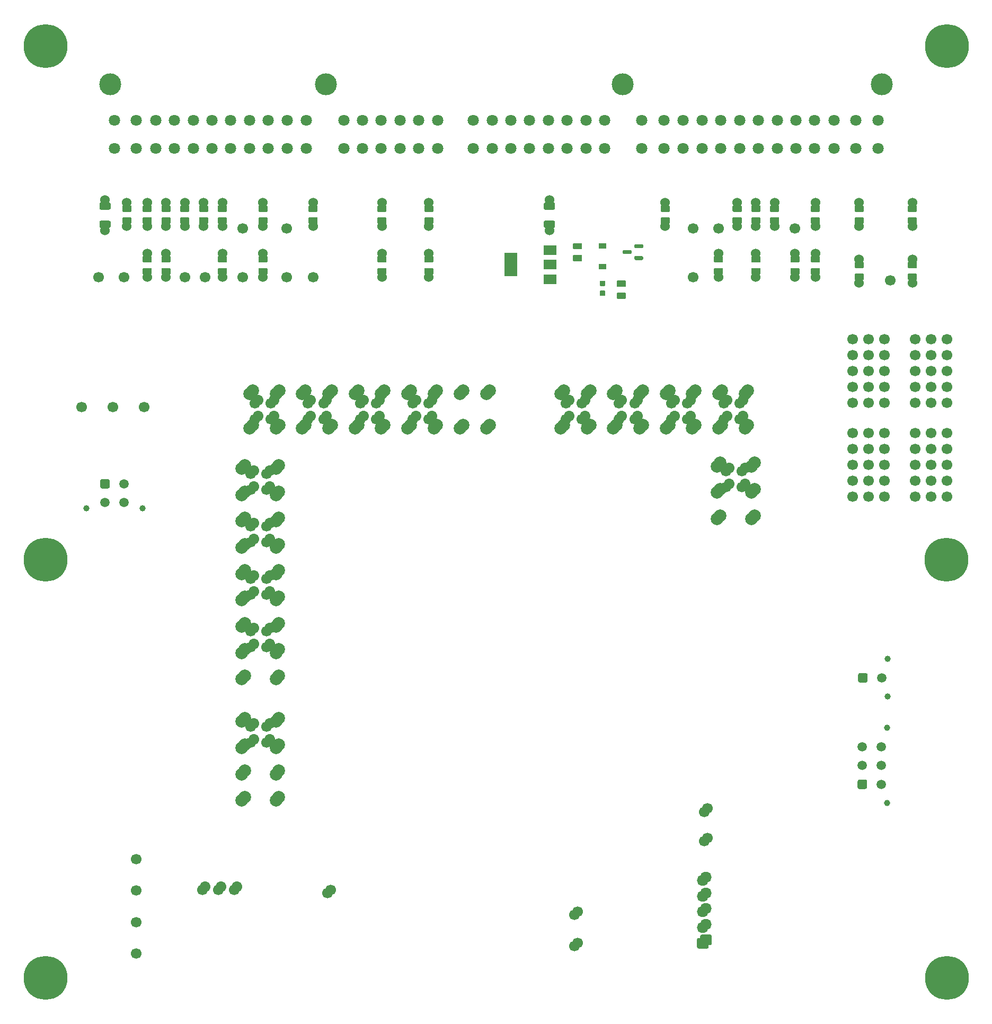
<source format=gts>
G75*
G70*
%OFA0B0*%
%FSLAX25Y25*%
%IPPOS*%
%LPD*%
%AMOC8*
5,1,8,0,0,1.08239X$1,22.5*
%
%ADD10C,0.06000*%
%ADD11C,0.06693*%
%ADD12C,0.05906*%
%ADD13C,0.27559*%
%ADD14C,0.13780*%
%ADD15C,0.07087*%
%ADD16C,0.07874*%
%ADD17O,0.07283X0.06693*%
%ADD18R,0.07874X0.05906*%
%ADD19R,0.07874X0.14961*%
%ADD24C,0.03937*%
%ADD38O,0.06693X0.06693*%
X0000000Y0000000D02*
%LPD*%
G01*
D10*
X0119094Y0492501D03*
G36*
G01*
X0121555Y0494292D02*
X0116633Y0494292D01*
G75*
G02*
X0116240Y0494686I0000000J0000394D01*
G01*
X0116240Y0497835D01*
G75*
G02*
X0116633Y0498229I0000394J0000000D01*
G01*
X0121555Y0498229D01*
G75*
G02*
X0121948Y0497835I0000000J-000394D01*
G01*
X0121948Y0494686D01*
G75*
G02*
X0121555Y0494292I-000394J0000000D01*
G01*
G37*
G36*
G01*
X0121555Y0501772D02*
X0116633Y0501772D01*
G75*
G02*
X0116240Y0502166I0000000J0000394D01*
G01*
X0116240Y0505316D01*
G75*
G02*
X0116633Y0505709I0000394J0000000D01*
G01*
X0121555Y0505709D01*
G75*
G02*
X0121948Y0505316I0000000J-000394D01*
G01*
X0121948Y0502166D01*
G75*
G02*
X0121555Y0501772I-000394J0000000D01*
G01*
G37*
X0119094Y0507501D03*
X0095472Y0492501D03*
G36*
G01*
X0097933Y0494292D02*
X0093011Y0494292D01*
G75*
G02*
X0092618Y0494686I0000000J0000394D01*
G01*
X0092618Y0497835D01*
G75*
G02*
X0093011Y0498229I0000394J0000000D01*
G01*
X0097933Y0498229D01*
G75*
G02*
X0098326Y0497835I0000000J-000394D01*
G01*
X0098326Y0494686D01*
G75*
G02*
X0097933Y0494292I-000394J0000000D01*
G01*
G37*
G36*
G01*
X0097933Y0501772D02*
X0093011Y0501772D01*
G75*
G02*
X0092618Y0502166I0000000J0000394D01*
G01*
X0092618Y0505316D01*
G75*
G02*
X0093011Y0505709I0000394J0000000D01*
G01*
X0097933Y0505709D01*
G75*
G02*
X0098326Y0505316I0000000J-000394D01*
G01*
X0098326Y0502166D01*
G75*
G02*
X0097933Y0501772I-000394J0000000D01*
G01*
G37*
X0095472Y0507501D03*
D11*
X0187992Y0460630D03*
D10*
X0466535Y0492501D03*
G36*
G01*
X0468996Y0494292D02*
X0464074Y0494292D01*
G75*
G02*
X0463681Y0494686I0000000J0000394D01*
G01*
X0463681Y0497835D01*
G75*
G02*
X0464074Y0498229I0000394J0000000D01*
G01*
X0468996Y0498229D01*
G75*
G02*
X0469389Y0497835I0000000J-000394D01*
G01*
X0469389Y0494686D01*
G75*
G02*
X0468996Y0494292I-000394J0000000D01*
G01*
G37*
G36*
G01*
X0468996Y0501772D02*
X0464074Y0501772D01*
G75*
G02*
X0463681Y0502166I0000000J0000394D01*
G01*
X0463681Y0505316D01*
G75*
G02*
X0464074Y0505709I0000394J0000000D01*
G01*
X0468996Y0505709D01*
G75*
G02*
X0469389Y0505316I0000000J-000394D01*
G01*
X0469389Y0502166D01*
G75*
G02*
X0468996Y0501772I-000394J0000000D01*
G01*
G37*
X0466535Y0507501D03*
D11*
X0076771Y0074804D03*
X0427165Y0460630D03*
D10*
X0454724Y0492501D03*
G36*
G01*
X0457185Y0494292D02*
X0452263Y0494292D01*
G75*
G02*
X0451870Y0494686I0000000J0000394D01*
G01*
X0451870Y0497835D01*
G75*
G02*
X0452263Y0498229I0000394J0000000D01*
G01*
X0457185Y0498229D01*
G75*
G02*
X0457578Y0497835I0000000J-000394D01*
G01*
X0457578Y0494686D01*
G75*
G02*
X0457185Y0494292I-000394J0000000D01*
G01*
G37*
G36*
G01*
X0457185Y0501772D02*
X0452263Y0501772D01*
G75*
G02*
X0451870Y0502166I0000000J0000394D01*
G01*
X0451870Y0505316D01*
G75*
G02*
X0452263Y0505709I0000394J0000000D01*
G01*
X0457185Y0505709D01*
G75*
G02*
X0457578Y0505316I0000000J-000394D01*
G01*
X0457578Y0502166D01*
G75*
G02*
X0457185Y0501772I-000394J0000000D01*
G01*
G37*
X0454724Y0507501D03*
X0187992Y0492501D03*
G36*
G01*
X0190452Y0494292D02*
X0185531Y0494292D01*
G75*
G02*
X0185137Y0494686I0000000J0000394D01*
G01*
X0185137Y0497835D01*
G75*
G02*
X0185531Y0498229I0000394J0000000D01*
G01*
X0190452Y0498229D01*
G75*
G02*
X0190846Y0497835I0000000J-000394D01*
G01*
X0190846Y0494686D01*
G75*
G02*
X0190452Y0494292I-000394J0000000D01*
G01*
G37*
G36*
G01*
X0190452Y0501772D02*
X0185531Y0501772D01*
G75*
G02*
X0185137Y0502166I0000000J0000394D01*
G01*
X0185137Y0505316D01*
G75*
G02*
X0185531Y0505709I0000394J0000000D01*
G01*
X0190452Y0505709D01*
G75*
G02*
X0190846Y0505316I0000000J-000394D01*
G01*
X0190846Y0502166D01*
G75*
G02*
X0190452Y0501772I-000394J0000000D01*
G01*
G37*
X0187992Y0507501D03*
X0491141Y0460630D03*
G36*
G01*
X0493602Y0462422D02*
X0488681Y0462422D01*
G75*
G02*
X0488287Y0462815I0000000J0000394D01*
G01*
X0488287Y0465965D01*
G75*
G02*
X0488681Y0466359I0000394J0000000D01*
G01*
X0493602Y0466359D01*
G75*
G02*
X0493996Y0465965I0000000J-000394D01*
G01*
X0493996Y0462815D01*
G75*
G02*
X0493602Y0462422I-000394J0000000D01*
G01*
G37*
G36*
G01*
X0493602Y0469902D02*
X0488681Y0469902D01*
G75*
G02*
X0488287Y0470296I0000000J0000394D01*
G01*
X0488287Y0473445D01*
G75*
G02*
X0488681Y0473839I0000394J0000000D01*
G01*
X0493602Y0473839D01*
G75*
G02*
X0493996Y0473445I0000000J-000394D01*
G01*
X0493996Y0470296D01*
G75*
G02*
X0493602Y0469902I-000394J0000000D01*
G01*
G37*
X0491141Y0475630D03*
X0156496Y0460630D03*
G36*
G01*
X0158956Y0462422D02*
X0154035Y0462422D01*
G75*
G02*
X0153641Y0462815I0000000J0000394D01*
G01*
X0153641Y0465965D01*
G75*
G02*
X0154035Y0466359I0000394J0000000D01*
G01*
X0158956Y0466359D01*
G75*
G02*
X0159350Y0465965I0000000J-000394D01*
G01*
X0159350Y0462815D01*
G75*
G02*
X0158956Y0462422I-000394J0000000D01*
G01*
G37*
G36*
G01*
X0158956Y0469902D02*
X0154035Y0469902D01*
G75*
G02*
X0153641Y0470296I0000000J0000394D01*
G01*
X0153641Y0473445D01*
G75*
G02*
X0154035Y0473839I0000394J0000000D01*
G01*
X0158956Y0473839D01*
G75*
G02*
X0159350Y0473445I0000000J-000394D01*
G01*
X0159350Y0470296D01*
G75*
G02*
X0158956Y0469902I-000394J0000000D01*
G01*
G37*
X0156496Y0475630D03*
D11*
X0053149Y0460630D03*
D10*
X0531496Y0457067D03*
G36*
G01*
X0533956Y0458859D02*
X0529035Y0458859D01*
G75*
G02*
X0528641Y0459252I0000000J0000394D01*
G01*
X0528641Y0462402D01*
G75*
G02*
X0529035Y0462796I0000394J0000000D01*
G01*
X0533956Y0462796D01*
G75*
G02*
X0534350Y0462402I0000000J-000394D01*
G01*
X0534350Y0459252D01*
G75*
G02*
X0533956Y0458859I-000394J0000000D01*
G01*
G37*
G36*
G01*
X0533956Y0466339D02*
X0529035Y0466339D01*
G75*
G02*
X0528641Y0466733I0000000J0000394D01*
G01*
X0528641Y0469882D01*
G75*
G02*
X0529035Y0470276I0000394J0000000D01*
G01*
X0533956Y0470276D01*
G75*
G02*
X0534350Y0469882I0000000J-000394D01*
G01*
X0534350Y0466733D01*
G75*
G02*
X0533956Y0466339I-000394J0000000D01*
G01*
G37*
X0531496Y0472067D03*
D11*
X0551181Y0458662D03*
X0076771Y0035434D03*
D10*
X0083661Y0460630D03*
G36*
G01*
X0086122Y0462422D02*
X0081200Y0462422D01*
G75*
G02*
X0080807Y0462815I0000000J0000394D01*
G01*
X0080807Y0465965D01*
G75*
G02*
X0081200Y0466359I0000394J0000000D01*
G01*
X0086122Y0466359D01*
G75*
G02*
X0086515Y0465965I0000000J-000394D01*
G01*
X0086515Y0462815D01*
G75*
G02*
X0086122Y0462422I-000394J0000000D01*
G01*
G37*
G36*
G01*
X0086122Y0469902D02*
X0081200Y0469902D01*
G75*
G02*
X0080807Y0470296I0000000J0000394D01*
G01*
X0080807Y0473445D01*
G75*
G02*
X0081200Y0473839I0000394J0000000D01*
G01*
X0086122Y0473839D01*
G75*
G02*
X0086515Y0473445I0000000J-000394D01*
G01*
X0086515Y0470296D01*
G75*
G02*
X0086122Y0469902I-000394J0000000D01*
G01*
G37*
X0083661Y0475630D03*
X0130905Y0492501D03*
G36*
G01*
X0133366Y0494292D02*
X0128444Y0494292D01*
G75*
G02*
X0128051Y0494686I0000000J0000394D01*
G01*
X0128051Y0497835D01*
G75*
G02*
X0128444Y0498229I0000394J0000000D01*
G01*
X0133366Y0498229D01*
G75*
G02*
X0133759Y0497835I0000000J-000394D01*
G01*
X0133759Y0494686D01*
G75*
G02*
X0133366Y0494292I-000394J0000000D01*
G01*
G37*
G36*
G01*
X0133366Y0501772D02*
X0128444Y0501772D01*
G75*
G02*
X0128051Y0502166I0000000J0000394D01*
G01*
X0128051Y0505316D01*
G75*
G02*
X0128444Y0505709I0000394J0000000D01*
G01*
X0133366Y0505709D01*
G75*
G02*
X0133759Y0505316I0000000J-000394D01*
G01*
X0133759Y0502166D01*
G75*
G02*
X0133366Y0501772I-000394J0000000D01*
G01*
G37*
X0130905Y0507501D03*
D11*
X0120078Y0460630D03*
D10*
X0156496Y0492501D03*
G36*
G01*
X0158956Y0494292D02*
X0154035Y0494292D01*
G75*
G02*
X0153641Y0494686I0000000J0000394D01*
G01*
X0153641Y0497835D01*
G75*
G02*
X0154035Y0498229I0000394J0000000D01*
G01*
X0158956Y0498229D01*
G75*
G02*
X0159350Y0497835I0000000J-000394D01*
G01*
X0159350Y0494686D01*
G75*
G02*
X0158956Y0494292I-000394J0000000D01*
G01*
G37*
G36*
G01*
X0158956Y0501772D02*
X0154035Y0501772D01*
G75*
G02*
X0153641Y0502166I0000000J0000394D01*
G01*
X0153641Y0505316D01*
G75*
G02*
X0154035Y0505709I0000394J0000000D01*
G01*
X0158956Y0505709D01*
G75*
G02*
X0159350Y0505316I0000000J-000394D01*
G01*
X0159350Y0502166D01*
G75*
G02*
X0158956Y0501772I-000394J0000000D01*
G01*
G37*
X0156496Y0507501D03*
G36*
G01*
X0368070Y0482087D02*
X0372086Y0482087D01*
G75*
G02*
X0372440Y0481733I0000000J-000354D01*
G01*
X0372440Y0478898D01*
G75*
G02*
X0372086Y0478544I-000354J0000000D01*
G01*
X0368070Y0478544D01*
G75*
G02*
X0367716Y0478898I0000000J0000354D01*
G01*
X0367716Y0481733D01*
G75*
G02*
X0368070Y0482087I0000354J0000000D01*
G01*
G37*
G36*
G01*
X0368070Y0469095D02*
X0372086Y0469095D01*
G75*
G02*
X0372440Y0468741I0000000J-000354D01*
G01*
X0372440Y0465906D01*
G75*
G02*
X0372086Y0465552I-000354J0000000D01*
G01*
X0368070Y0465552D01*
G75*
G02*
X0367716Y0465906I0000000J0000354D01*
G01*
X0367716Y0468741D01*
G75*
G02*
X0368070Y0469095I0000354J0000000D01*
G01*
G37*
D24*
X0045275Y0315197D03*
X0080708Y0315197D03*
G36*
G01*
X0054133Y0328741D02*
X0054133Y0332678D01*
G75*
G02*
X0055118Y0333662I0000984J0000000D01*
G01*
X0059055Y0333662D01*
G75*
G02*
X0060039Y0332678I0000000J-000984D01*
G01*
X0060039Y0328741D01*
G75*
G02*
X0059055Y0327756I-000984J0000000D01*
G01*
X0055118Y0327756D01*
G75*
G02*
X0054133Y0328741I0000000J0000984D01*
G01*
G37*
D12*
X0068897Y0330709D03*
X0057086Y0318898D03*
X0068897Y0318898D03*
D10*
X0478346Y0492501D03*
G36*
G01*
X0480807Y0494292D02*
X0475885Y0494292D01*
G75*
G02*
X0475492Y0494686I0000000J0000394D01*
G01*
X0475492Y0497835D01*
G75*
G02*
X0475885Y0498229I0000394J0000000D01*
G01*
X0480807Y0498229D01*
G75*
G02*
X0481200Y0497835I0000000J-000394D01*
G01*
X0481200Y0494686D01*
G75*
G02*
X0480807Y0494292I-000394J0000000D01*
G01*
G37*
G36*
G01*
X0480807Y0501772D02*
X0475885Y0501772D01*
G75*
G02*
X0475492Y0502166I0000000J0000394D01*
G01*
X0475492Y0505316D01*
G75*
G02*
X0475885Y0505709I0000394J0000000D01*
G01*
X0480807Y0505709D01*
G75*
G02*
X0481200Y0505316I0000000J-000394D01*
G01*
X0481200Y0502166D01*
G75*
G02*
X0480807Y0501772I-000394J0000000D01*
G01*
G37*
X0478346Y0507501D03*
X0466535Y0460630D03*
G36*
G01*
X0468996Y0462422D02*
X0464074Y0462422D01*
G75*
G02*
X0463681Y0462815I0000000J0000394D01*
G01*
X0463681Y0465965D01*
G75*
G02*
X0464074Y0466359I0000394J0000000D01*
G01*
X0468996Y0466359D01*
G75*
G02*
X0469389Y0465965I0000000J-000394D01*
G01*
X0469389Y0462815D01*
G75*
G02*
X0468996Y0462422I-000394J0000000D01*
G01*
G37*
G36*
G01*
X0468996Y0469902D02*
X0464074Y0469902D01*
G75*
G02*
X0463681Y0470296I0000000J0000394D01*
G01*
X0463681Y0473445D01*
G75*
G02*
X0464074Y0473839I0000394J0000000D01*
G01*
X0468996Y0473839D01*
G75*
G02*
X0469389Y0473445I0000000J-000394D01*
G01*
X0469389Y0470296D01*
G75*
G02*
X0468996Y0469902I-000394J0000000D01*
G01*
G37*
X0466535Y0475630D03*
D11*
X0081692Y0378938D03*
X0171259Y0460630D03*
D10*
X0564960Y0457067D03*
G36*
G01*
X0567421Y0458859D02*
X0562500Y0458859D01*
G75*
G02*
X0562106Y0459252I0000000J0000394D01*
G01*
X0562106Y0462402D01*
G75*
G02*
X0562500Y0462796I0000394J0000000D01*
G01*
X0567421Y0462796D01*
G75*
G02*
X0567814Y0462402I0000000J-000394D01*
G01*
X0567814Y0459252D01*
G75*
G02*
X0567421Y0458859I-000394J0000000D01*
G01*
G37*
G36*
G01*
X0567421Y0466339D02*
X0562500Y0466339D01*
G75*
G02*
X0562106Y0466733I0000000J0000394D01*
G01*
X0562106Y0469882D01*
G75*
G02*
X0562500Y0470276I0000394J0000000D01*
G01*
X0567421Y0470276D01*
G75*
G02*
X0567814Y0469882I0000000J-000394D01*
G01*
X0567814Y0466733D01*
G75*
G02*
X0567421Y0466339I-000394J0000000D01*
G01*
G37*
X0564960Y0472067D03*
D11*
X0566771Y0381575D03*
X0566771Y0391575D03*
X0566771Y0401575D03*
X0566771Y0411575D03*
X0566771Y0421575D03*
X0576771Y0381575D03*
X0576771Y0391575D03*
X0576771Y0401575D03*
X0576771Y0411575D03*
X0576771Y0421575D03*
X0586771Y0381575D03*
X0586771Y0391575D03*
X0586771Y0401575D03*
X0586771Y0411575D03*
X0586771Y0421575D03*
D10*
X0442913Y0460630D03*
G36*
G01*
X0445374Y0462422D02*
X0440452Y0462422D01*
G75*
G02*
X0440059Y0462815I0000000J0000394D01*
G01*
X0440059Y0465965D01*
G75*
G02*
X0440452Y0466359I0000394J0000000D01*
G01*
X0445374Y0466359D01*
G75*
G02*
X0445767Y0465965I0000000J-000394D01*
G01*
X0445767Y0462815D01*
G75*
G02*
X0445374Y0462422I-000394J0000000D01*
G01*
G37*
G36*
G01*
X0445374Y0469902D02*
X0440452Y0469902D01*
G75*
G02*
X0440059Y0470296I0000000J0000394D01*
G01*
X0440059Y0473445D01*
G75*
G02*
X0440452Y0473839I0000394J0000000D01*
G01*
X0445374Y0473839D01*
G75*
G02*
X0445767Y0473445I0000000J-000394D01*
G01*
X0445767Y0470296D01*
G75*
G02*
X0445374Y0469902I-000394J0000000D01*
G01*
G37*
X0442913Y0475630D03*
G36*
G01*
X0395767Y0473229D02*
X0395767Y0472048D01*
G75*
G02*
X0395177Y0471457I-000591J0000000D01*
G01*
X0390551Y0471457D01*
G75*
G02*
X0389960Y0472048I0000000J0000591D01*
G01*
X0389960Y0473229D01*
G75*
G02*
X0390551Y0473819I0000591J0000000D01*
G01*
X0395177Y0473819D01*
G75*
G02*
X0395767Y0473229I0000000J-000591D01*
G01*
G37*
G36*
G01*
X0388385Y0476969D02*
X0388385Y0475788D01*
G75*
G02*
X0387795Y0475197I-000591J0000000D01*
G01*
X0383169Y0475197D01*
G75*
G02*
X0382578Y0475788I0000000J0000591D01*
G01*
X0382578Y0476969D01*
G75*
G02*
X0383169Y0477560I0000591J0000000D01*
G01*
X0387795Y0477560D01*
G75*
G02*
X0388385Y0476969I0000000J-000591D01*
G01*
G37*
G36*
G01*
X0395767Y0480709D02*
X0395767Y0479528D01*
G75*
G02*
X0395177Y0478938I-000591J0000000D01*
G01*
X0390551Y0478938D01*
G75*
G02*
X0389960Y0479528I0000000J0000591D01*
G01*
X0389960Y0480709D01*
G75*
G02*
X0390551Y0481300I0000591J0000000D01*
G01*
X0395177Y0481300D01*
G75*
G02*
X0395767Y0480709I0000000J-000591D01*
G01*
G37*
D24*
X0548976Y0129922D03*
X0548976Y0177166D03*
G36*
G01*
X0535433Y0138780D02*
X0531496Y0138780D01*
G75*
G02*
X0530511Y0139764I0000000J0000984D01*
G01*
X0530511Y0143701D01*
G75*
G02*
X0531496Y0144686I0000984J0000000D01*
G01*
X0535433Y0144686D01*
G75*
G02*
X0536417Y0143701I0000000J-000984D01*
G01*
X0536417Y0139764D01*
G75*
G02*
X0535433Y0138780I-000984J0000000D01*
G01*
G37*
D12*
X0533464Y0153544D03*
X0533464Y0165355D03*
X0545275Y0141733D03*
X0545275Y0153544D03*
X0545275Y0165355D03*
D13*
X0586614Y0605906D03*
G36*
G01*
X0351870Y0482087D02*
X0356791Y0482087D01*
G75*
G02*
X0357185Y0481693I0000000J-000394D01*
G01*
X0357185Y0478544D01*
G75*
G02*
X0356791Y0478150I-000394J0000000D01*
G01*
X0351870Y0478150D01*
G75*
G02*
X0351476Y0478544I0000000J0000394D01*
G01*
X0351476Y0481693D01*
G75*
G02*
X0351870Y0482087I0000394J0000000D01*
G01*
G37*
G36*
G01*
X0351870Y0474607D02*
X0356791Y0474607D01*
G75*
G02*
X0357185Y0474213I0000000J-000394D01*
G01*
X0357185Y0471063D01*
G75*
G02*
X0356791Y0470670I-000394J0000000D01*
G01*
X0351870Y0470670D01*
G75*
G02*
X0351476Y0471063I0000000J0000394D01*
G01*
X0351476Y0474213D01*
G75*
G02*
X0351870Y0474607I0000394J0000000D01*
G01*
G37*
X0019685Y0283071D03*
D10*
X0107283Y0492501D03*
G36*
G01*
X0109744Y0494292D02*
X0104822Y0494292D01*
G75*
G02*
X0104429Y0494686I0000000J0000394D01*
G01*
X0104429Y0497835D01*
G75*
G02*
X0104822Y0498229I0000394J0000000D01*
G01*
X0109744Y0498229D01*
G75*
G02*
X0110137Y0497835I0000000J-000394D01*
G01*
X0110137Y0494686D01*
G75*
G02*
X0109744Y0494292I-000394J0000000D01*
G01*
G37*
G36*
G01*
X0109744Y0501772D02*
X0104822Y0501772D01*
G75*
G02*
X0104429Y0502166I0000000J0000394D01*
G01*
X0104429Y0505316D01*
G75*
G02*
X0104822Y0505709I0000394J0000000D01*
G01*
X0109744Y0505709D01*
G75*
G02*
X0110137Y0505316I0000000J-000394D01*
G01*
X0110137Y0502166D01*
G75*
G02*
X0109744Y0501772I-000394J0000000D01*
G01*
G37*
X0107283Y0507501D03*
X0503937Y0460630D03*
G36*
G01*
X0506397Y0462422D02*
X0501476Y0462422D01*
G75*
G02*
X0501082Y0462815I0000000J0000394D01*
G01*
X0501082Y0465965D01*
G75*
G02*
X0501476Y0466359I0000394J0000000D01*
G01*
X0506397Y0466359D01*
G75*
G02*
X0506791Y0465965I0000000J-000394D01*
G01*
X0506791Y0462815D01*
G75*
G02*
X0506397Y0462422I-000394J0000000D01*
G01*
G37*
G36*
G01*
X0506397Y0469902D02*
X0501476Y0469902D01*
G75*
G02*
X0501082Y0470296I0000000J0000394D01*
G01*
X0501082Y0473445D01*
G75*
G02*
X0501476Y0473839I0000394J0000000D01*
G01*
X0506397Y0473839D01*
G75*
G02*
X0506791Y0473445I0000000J-000394D01*
G01*
X0506791Y0470296D01*
G75*
G02*
X0506397Y0469902I-000394J0000000D01*
G01*
G37*
X0503937Y0475630D03*
G36*
G01*
X0371417Y0448800D02*
X0368740Y0448800D01*
G75*
G02*
X0368405Y0449134I0000000J0000335D01*
G01*
X0368405Y0451812D01*
G75*
G02*
X0368740Y0452146I0000335J0000000D01*
G01*
X0371417Y0452146D01*
G75*
G02*
X0371751Y0451812I0000000J-000335D01*
G01*
X0371751Y0449134D01*
G75*
G02*
X0371417Y0448800I-000335J0000000D01*
G01*
G37*
G36*
G01*
X0371417Y0455020D02*
X0368740Y0455020D01*
G75*
G02*
X0368405Y0455355I0000000J0000335D01*
G01*
X0368405Y0458032D01*
G75*
G02*
X0368740Y0458367I0000335J0000000D01*
G01*
X0371417Y0458367D01*
G75*
G02*
X0371751Y0458032I0000000J-000335D01*
G01*
X0371751Y0455355D01*
G75*
G02*
X0371417Y0455020I-000335J0000000D01*
G01*
G37*
X0083661Y0492501D03*
G36*
G01*
X0086122Y0494292D02*
X0081200Y0494292D01*
G75*
G02*
X0080807Y0494686I0000000J0000394D01*
G01*
X0080807Y0497835D01*
G75*
G02*
X0081200Y0498229I0000394J0000000D01*
G01*
X0086122Y0498229D01*
G75*
G02*
X0086515Y0497835I0000000J-000394D01*
G01*
X0086515Y0494686D01*
G75*
G02*
X0086122Y0494292I-000394J0000000D01*
G01*
G37*
G36*
G01*
X0086122Y0501772D02*
X0081200Y0501772D01*
G75*
G02*
X0080807Y0502166I0000000J0000394D01*
G01*
X0080807Y0505316D01*
G75*
G02*
X0081200Y0505709I0000394J0000000D01*
G01*
X0086122Y0505709D01*
G75*
G02*
X0086515Y0505316I0000000J-000394D01*
G01*
X0086515Y0502166D01*
G75*
G02*
X0086122Y0501772I-000394J0000000D01*
G01*
G37*
X0083661Y0507501D03*
X0231299Y0460630D03*
G36*
G01*
X0233759Y0462422D02*
X0228838Y0462422D01*
G75*
G02*
X0228444Y0462815I0000000J0000394D01*
G01*
X0228444Y0465965D01*
G75*
G02*
X0228838Y0466359I0000394J0000000D01*
G01*
X0233759Y0466359D01*
G75*
G02*
X0234153Y0465965I0000000J-000394D01*
G01*
X0234153Y0462815D01*
G75*
G02*
X0233759Y0462422I-000394J0000000D01*
G01*
G37*
G36*
G01*
X0233759Y0469902D02*
X0228838Y0469902D01*
G75*
G02*
X0228444Y0470296I0000000J0000394D01*
G01*
X0228444Y0473445D01*
G75*
G02*
X0228838Y0473839I0000394J0000000D01*
G01*
X0233759Y0473839D01*
G75*
G02*
X0234153Y0473445I0000000J-000394D01*
G01*
X0234153Y0470296D01*
G75*
G02*
X0233759Y0469902I-000394J0000000D01*
G01*
G37*
X0231299Y0475630D03*
D11*
X0068897Y0460630D03*
X0062007Y0378938D03*
D10*
X0057086Y0509272D03*
G36*
G01*
X0053543Y0503977D02*
X0053543Y0506693D01*
G75*
G02*
X0054448Y0507599I0000906J0000000D01*
G01*
X0059724Y0507599D01*
G75*
G02*
X0060629Y0506693I0000000J-000906D01*
G01*
X0060629Y0503977D01*
G75*
G02*
X0059724Y0503071I-000906J0000000D01*
G01*
X0054448Y0503071D01*
G75*
G02*
X0053543Y0503977I0000000J0000906D01*
G01*
G37*
G36*
G01*
X0053543Y0492560D02*
X0053543Y0495276D01*
G75*
G02*
X0054448Y0496182I0000906J0000000D01*
G01*
X0059724Y0496182D01*
G75*
G02*
X0060629Y0495276I0000000J-000906D01*
G01*
X0060629Y0492560D01*
G75*
G02*
X0059724Y0491654I-000906J0000000D01*
G01*
X0054448Y0491654D01*
G75*
G02*
X0053543Y0492560I0000000J0000906D01*
G01*
G37*
X0057086Y0489981D03*
D11*
X0427165Y0491142D03*
D10*
X0095472Y0460630D03*
G36*
G01*
X0097933Y0462422D02*
X0093011Y0462422D01*
G75*
G02*
X0092618Y0462815I0000000J0000394D01*
G01*
X0092618Y0465965D01*
G75*
G02*
X0093011Y0466359I0000394J0000000D01*
G01*
X0097933Y0466359D01*
G75*
G02*
X0098326Y0465965I0000000J-000394D01*
G01*
X0098326Y0462815D01*
G75*
G02*
X0097933Y0462422I-000394J0000000D01*
G01*
G37*
G36*
G01*
X0097933Y0469902D02*
X0093011Y0469902D01*
G75*
G02*
X0092618Y0470296I0000000J0000394D01*
G01*
X0092618Y0473445D01*
G75*
G02*
X0093011Y0473839I0000394J0000000D01*
G01*
X0097933Y0473839D01*
G75*
G02*
X0098326Y0473445I0000000J-000394D01*
G01*
X0098326Y0470296D01*
G75*
G02*
X0097933Y0469902I-000394J0000000D01*
G01*
G37*
X0095472Y0475630D03*
D11*
X0527401Y0381575D03*
X0527401Y0391575D03*
X0527401Y0401575D03*
X0527401Y0411575D03*
X0527401Y0421575D03*
X0537401Y0381575D03*
X0537401Y0391575D03*
X0537401Y0401575D03*
X0537401Y0411575D03*
X0537401Y0421575D03*
X0547401Y0381575D03*
X0547401Y0391575D03*
X0547401Y0401575D03*
X0547401Y0411575D03*
X0547401Y0421575D03*
D10*
X0231299Y0492501D03*
G36*
G01*
X0233759Y0494292D02*
X0228838Y0494292D01*
G75*
G02*
X0228444Y0494686I0000000J0000394D01*
G01*
X0228444Y0497835D01*
G75*
G02*
X0228838Y0498229I0000394J0000000D01*
G01*
X0233759Y0498229D01*
G75*
G02*
X0234153Y0497835I0000000J-000394D01*
G01*
X0234153Y0494686D01*
G75*
G02*
X0233759Y0494292I-000394J0000000D01*
G01*
G37*
G36*
G01*
X0233759Y0501772D02*
X0228838Y0501772D01*
G75*
G02*
X0228444Y0502166I0000000J0000394D01*
G01*
X0228444Y0505316D01*
G75*
G02*
X0228838Y0505709I0000394J0000000D01*
G01*
X0233759Y0505709D01*
G75*
G02*
X0234153Y0505316I0000000J-000394D01*
G01*
X0234153Y0502166D01*
G75*
G02*
X0233759Y0501772I-000394J0000000D01*
G01*
G37*
X0231299Y0507501D03*
D11*
X0527401Y0322520D03*
X0527401Y0332520D03*
X0527401Y0342520D03*
X0527401Y0352520D03*
X0527401Y0362520D03*
X0537401Y0322520D03*
X0537401Y0332520D03*
X0537401Y0342520D03*
X0537401Y0352520D03*
X0537401Y0362520D03*
X0547401Y0322520D03*
X0547401Y0332520D03*
X0547401Y0342520D03*
X0547401Y0352520D03*
X0547401Y0362520D03*
D14*
X0060397Y0581811D03*
X0196027Y0581811D03*
X0382641Y0581811D03*
X0545830Y0581811D03*
D15*
X0062956Y0541651D03*
X0076726Y0541651D03*
X0088936Y0541651D03*
X0100746Y0541651D03*
X0112556Y0541651D03*
X0124366Y0541651D03*
X0136176Y0541651D03*
X0147986Y0541651D03*
X0159796Y0541651D03*
X0171606Y0541651D03*
X0183816Y0541651D03*
X0062956Y0559371D03*
X0076726Y0559371D03*
X0088936Y0559371D03*
X0100746Y0559371D03*
X0112556Y0559371D03*
X0124366Y0559371D03*
X0136176Y0559371D03*
X0147986Y0559371D03*
X0159796Y0559371D03*
X0171606Y0559371D03*
X0183816Y0559371D03*
X0288744Y0541651D03*
X0300554Y0541651D03*
X0312364Y0541651D03*
X0324174Y0541651D03*
X0335994Y0541651D03*
X0347804Y0541651D03*
X0359614Y0541651D03*
X0371424Y0541651D03*
X0288744Y0559371D03*
X0300554Y0559371D03*
X0312364Y0559371D03*
X0324174Y0559371D03*
X0335994Y0559371D03*
X0347804Y0559371D03*
X0359614Y0559371D03*
X0371424Y0559371D03*
X0394834Y0541651D03*
X0408614Y0541651D03*
X0420834Y0541651D03*
X0432644Y0541651D03*
X0444454Y0541651D03*
X0456264Y0541651D03*
X0468074Y0541651D03*
X0479884Y0541651D03*
X0491694Y0541651D03*
X0503504Y0541651D03*
X0515714Y0541651D03*
X0529494Y0541651D03*
X0543274Y0541651D03*
X0394834Y0559371D03*
X0408614Y0559371D03*
X0420834Y0559371D03*
X0432644Y0559371D03*
X0444454Y0559371D03*
X0456264Y0559371D03*
X0468074Y0559371D03*
X0479884Y0559371D03*
X0491694Y0559371D03*
X0503504Y0559371D03*
X0515714Y0559371D03*
X0529494Y0559371D03*
X0543274Y0559371D03*
X0207247Y0541651D03*
X0219057Y0541651D03*
X0230867Y0541651D03*
X0242677Y0541651D03*
X0254497Y0541651D03*
X0266307Y0541651D03*
X0207247Y0559371D03*
X0219057Y0559371D03*
X0230867Y0559371D03*
X0242677Y0559371D03*
X0254497Y0559371D03*
X0266307Y0559371D03*
D13*
X0586420Y0283071D03*
X0586614Y0020079D03*
D11*
X0566771Y0322520D03*
X0566771Y0332520D03*
X0566771Y0342520D03*
X0566771Y0352520D03*
X0566771Y0362520D03*
X0576771Y0322520D03*
X0576771Y0332520D03*
X0576771Y0342520D03*
X0576771Y0352520D03*
X0576771Y0362520D03*
X0586771Y0322520D03*
X0586771Y0332520D03*
X0586771Y0342520D03*
X0586771Y0352520D03*
X0586771Y0362520D03*
X0442913Y0491142D03*
D10*
X0130905Y0460630D03*
G36*
G01*
X0133366Y0462422D02*
X0128444Y0462422D01*
G75*
G02*
X0128051Y0462815I0000000J0000394D01*
G01*
X0128051Y0465965D01*
G75*
G02*
X0128444Y0466359I0000394J0000000D01*
G01*
X0133366Y0466359D01*
G75*
G02*
X0133759Y0465965I0000000J-000394D01*
G01*
X0133759Y0462815D01*
G75*
G02*
X0133366Y0462422I-000394J0000000D01*
G01*
G37*
G36*
G01*
X0133366Y0469902D02*
X0128444Y0469902D01*
G75*
G02*
X0128051Y0470296I0000000J0000394D01*
G01*
X0128051Y0473445D01*
G75*
G02*
X0128444Y0473839I0000394J0000000D01*
G01*
X0133366Y0473839D01*
G75*
G02*
X0133759Y0473445I0000000J-000394D01*
G01*
X0133759Y0470296D01*
G75*
G02*
X0133366Y0469902I-000394J0000000D01*
G01*
G37*
X0130905Y0475630D03*
X0531496Y0492501D03*
G36*
G01*
X0533956Y0494292D02*
X0529035Y0494292D01*
G75*
G02*
X0528641Y0494686I0000000J0000394D01*
G01*
X0528641Y0497835D01*
G75*
G02*
X0529035Y0498229I0000394J0000000D01*
G01*
X0533956Y0498229D01*
G75*
G02*
X0534350Y0497835I0000000J-000394D01*
G01*
X0534350Y0494686D01*
G75*
G02*
X0533956Y0494292I-000394J0000000D01*
G01*
G37*
G36*
G01*
X0533956Y0501772D02*
X0529035Y0501772D01*
G75*
G02*
X0528641Y0502166I0000000J0000394D01*
G01*
X0528641Y0505316D01*
G75*
G02*
X0529035Y0505709I0000394J0000000D01*
G01*
X0533956Y0505709D01*
G75*
G02*
X0534350Y0505316I0000000J-000394D01*
G01*
X0534350Y0502166D01*
G75*
G02*
X0533956Y0501772I-000394J0000000D01*
G01*
G37*
X0531496Y0507501D03*
D16*
X0142913Y0131546D03*
X0142913Y0148081D03*
X0142913Y0164617D03*
D11*
X0148819Y0167963D03*
D16*
X0142913Y0181152D03*
D11*
X0148819Y0177963D03*
D16*
X0164567Y0131546D03*
X0164567Y0148081D03*
D11*
X0158819Y0167963D03*
D16*
X0164567Y0164617D03*
D11*
X0158819Y0177963D03*
D16*
X0164567Y0181152D03*
X0142913Y0207924D03*
X0142913Y0224459D03*
D11*
X0148819Y0227806D03*
D16*
X0142913Y0240995D03*
D11*
X0148819Y0237806D03*
D16*
X0142913Y0257530D03*
D11*
X0148819Y0260877D03*
D16*
X0142913Y0274066D03*
D11*
X0148819Y0270877D03*
D16*
X0142913Y0290601D03*
D11*
X0148819Y0293948D03*
D16*
X0142913Y0307137D03*
D11*
X0148819Y0303948D03*
D16*
X0142913Y0323672D03*
D11*
X0148819Y0327018D03*
D16*
X0142913Y0340207D03*
D11*
X0148819Y0337018D03*
D16*
X0164567Y0207924D03*
D11*
X0158819Y0227806D03*
D16*
X0164567Y0224459D03*
D11*
X0158819Y0237806D03*
D16*
X0164567Y0240995D03*
D11*
X0158819Y0260877D03*
D16*
X0164567Y0257530D03*
D11*
X0158819Y0270877D03*
D16*
X0164567Y0274066D03*
D11*
X0158819Y0293948D03*
D16*
X0164567Y0290601D03*
D11*
X0158819Y0303948D03*
D16*
X0164567Y0307137D03*
D11*
X0158819Y0327018D03*
D16*
X0164567Y0323672D03*
D11*
X0158819Y0337018D03*
D16*
X0164567Y0340207D03*
X0148130Y0387156D03*
D11*
X0151476Y0381251D03*
X0161476Y0381251D03*
D16*
X0164665Y0387156D03*
X0181201Y0387156D03*
D11*
X0184547Y0381251D03*
X0194547Y0381251D03*
D16*
X0197736Y0387156D03*
X0214272Y0387156D03*
D11*
X0217618Y0381251D03*
X0227618Y0381251D03*
D16*
X0230807Y0387156D03*
X0247343Y0387156D03*
D11*
X0250689Y0381251D03*
X0260689Y0381251D03*
D16*
X0263878Y0387156D03*
X0280413Y0387156D03*
X0296949Y0387156D03*
X0148130Y0365503D03*
D11*
X0151476Y0371251D03*
X0161476Y0371251D03*
D16*
X0164665Y0365503D03*
X0181201Y0365503D03*
D11*
X0184547Y0371251D03*
X0194547Y0371251D03*
D16*
X0197736Y0365503D03*
X0214272Y0365503D03*
D11*
X0217618Y0371251D03*
X0227618Y0371251D03*
D16*
X0230807Y0365503D03*
X0247343Y0365503D03*
D11*
X0250689Y0371251D03*
X0260689Y0371251D03*
D16*
X0263878Y0365503D03*
X0280413Y0365503D03*
X0296949Y0365503D03*
X0343799Y0387156D03*
D11*
X0347146Y0381251D03*
X0357146Y0381251D03*
D16*
X0360335Y0387156D03*
X0376870Y0387156D03*
D11*
X0380217Y0381251D03*
X0390217Y0381251D03*
D16*
X0393406Y0387156D03*
X0409941Y0387156D03*
D11*
X0413287Y0381251D03*
X0423287Y0381251D03*
D16*
X0426476Y0387156D03*
X0443012Y0387156D03*
D11*
X0446358Y0381251D03*
X0456358Y0381251D03*
D16*
X0459547Y0387156D03*
X0343799Y0365503D03*
D11*
X0347146Y0371251D03*
X0357146Y0371251D03*
D16*
X0360335Y0365503D03*
X0376870Y0365503D03*
D11*
X0380217Y0371251D03*
X0390217Y0371251D03*
D16*
X0393406Y0365503D03*
X0409941Y0365503D03*
D11*
X0413287Y0371251D03*
X0423287Y0371251D03*
D16*
X0426476Y0365503D03*
X0443012Y0365503D03*
D11*
X0446358Y0371251D03*
X0456358Y0371251D03*
D16*
X0459547Y0365503D03*
D11*
X0457835Y0338593D03*
D16*
X0463583Y0341782D03*
D11*
X0457835Y0328593D03*
D16*
X0463583Y0325247D03*
X0463583Y0308711D03*
X0441929Y0341782D03*
D11*
X0447835Y0338593D03*
D16*
X0441929Y0325247D03*
D11*
X0447835Y0328593D03*
D16*
X0441929Y0308711D03*
G36*
G01*
X0435827Y0038436D02*
X0430512Y0038436D01*
G75*
G02*
X0429528Y0039420I0000000J0000984D01*
G01*
X0429528Y0044144D01*
G75*
G02*
X0430512Y0045129I0000984J0000000D01*
G01*
X0435827Y0045129D01*
G75*
G02*
X0436811Y0044144I0000000J-000984D01*
G01*
X0436811Y0039420D01*
G75*
G02*
X0435827Y0038436I-000984J0000000D01*
G01*
G37*
D17*
X0433169Y0051625D03*
X0433169Y0061467D03*
X0433169Y0071310D03*
X0433169Y0081152D03*
D11*
X0352461Y0039814D03*
X0352461Y0059499D03*
X0433957Y0124459D03*
X0433957Y0105955D03*
X0128209Y0075247D03*
X0138209Y0075247D03*
X0118209Y0075247D03*
X0196949Y0073278D03*
X0143700Y0491142D03*
D10*
X0070866Y0492501D03*
G36*
G01*
X0073326Y0494292D02*
X0068405Y0494292D01*
G75*
G02*
X0068011Y0494686I0000000J0000394D01*
G01*
X0068011Y0497835D01*
G75*
G02*
X0068405Y0498229I0000394J0000000D01*
G01*
X0073326Y0498229D01*
G75*
G02*
X0073720Y0497835I0000000J-000394D01*
G01*
X0073720Y0494686D01*
G75*
G02*
X0073326Y0494292I-000394J0000000D01*
G01*
G37*
G36*
G01*
X0073326Y0501772D02*
X0068405Y0501772D01*
G75*
G02*
X0068011Y0502166I0000000J0000394D01*
G01*
X0068011Y0505316D01*
G75*
G02*
X0068405Y0505709I0000394J0000000D01*
G01*
X0073326Y0505709D01*
G75*
G02*
X0073720Y0505316I0000000J-000394D01*
G01*
X0073720Y0502166D01*
G75*
G02*
X0073326Y0501772I-000394J0000000D01*
G01*
G37*
X0070866Y0507501D03*
D11*
X0171259Y0491142D03*
D13*
X0019685Y0020079D03*
D18*
X0337204Y0459449D03*
X0337204Y0468504D03*
X0337204Y0477560D03*
D19*
X0312401Y0468504D03*
D11*
X0076771Y0055119D03*
D24*
X0549311Y0196851D03*
X0549311Y0220473D03*
G36*
G01*
X0535767Y0205709D02*
X0531830Y0205709D01*
G75*
G02*
X0530846Y0206693I0000000J0000984D01*
G01*
X0530846Y0210630D01*
G75*
G02*
X0531830Y0211615I0000984J0000000D01*
G01*
X0535767Y0211615D01*
G75*
G02*
X0536751Y0210630I0000000J-000984D01*
G01*
X0536751Y0206693D01*
G75*
G02*
X0535767Y0205709I-000984J0000000D01*
G01*
G37*
D12*
X0545610Y0208662D03*
D11*
X0076771Y0094489D03*
D10*
X0260826Y0460630D03*
G36*
G01*
X0263287Y0462422D02*
X0258366Y0462422D01*
G75*
G02*
X0257972Y0462815I0000000J0000394D01*
G01*
X0257972Y0465965D01*
G75*
G02*
X0258366Y0466359I0000394J0000000D01*
G01*
X0263287Y0466359D01*
G75*
G02*
X0263681Y0465965I0000000J-000394D01*
G01*
X0263681Y0462815D01*
G75*
G02*
X0263287Y0462422I-000394J0000000D01*
G01*
G37*
G36*
G01*
X0263287Y0469902D02*
X0258366Y0469902D01*
G75*
G02*
X0257972Y0470296I0000000J0000394D01*
G01*
X0257972Y0473445D01*
G75*
G02*
X0258366Y0473839I0000394J0000000D01*
G01*
X0263287Y0473839D01*
G75*
G02*
X0263681Y0473445I0000000J-000394D01*
G01*
X0263681Y0470296D01*
G75*
G02*
X0263287Y0469902I-000394J0000000D01*
G01*
G37*
X0260826Y0475630D03*
X0503937Y0492501D03*
G36*
G01*
X0506397Y0494292D02*
X0501476Y0494292D01*
G75*
G02*
X0501082Y0494686I0000000J0000394D01*
G01*
X0501082Y0497835D01*
G75*
G02*
X0501476Y0498229I0000394J0000000D01*
G01*
X0506397Y0498229D01*
G75*
G02*
X0506791Y0497835I0000000J-000394D01*
G01*
X0506791Y0494686D01*
G75*
G02*
X0506397Y0494292I-000394J0000000D01*
G01*
G37*
G36*
G01*
X0506397Y0501772D02*
X0501476Y0501772D01*
G75*
G02*
X0501082Y0502166I0000000J0000394D01*
G01*
X0501082Y0505316D01*
G75*
G02*
X0501476Y0505709I0000394J0000000D01*
G01*
X0506397Y0505709D01*
G75*
G02*
X0506791Y0505316I0000000J-000394D01*
G01*
X0506791Y0502166D01*
G75*
G02*
X0506397Y0501772I-000394J0000000D01*
G01*
G37*
X0503937Y0507501D03*
X0409448Y0492501D03*
G36*
G01*
X0411909Y0494292D02*
X0406988Y0494292D01*
G75*
G02*
X0406594Y0494686I0000000J0000394D01*
G01*
X0406594Y0497835D01*
G75*
G02*
X0406988Y0498229I0000394J0000000D01*
G01*
X0411909Y0498229D01*
G75*
G02*
X0412303Y0497835I0000000J-000394D01*
G01*
X0412303Y0494686D01*
G75*
G02*
X0411909Y0494292I-000394J0000000D01*
G01*
G37*
G36*
G01*
X0411909Y0501772D02*
X0406988Y0501772D01*
G75*
G02*
X0406594Y0502166I0000000J0000394D01*
G01*
X0406594Y0505316D01*
G75*
G02*
X0406988Y0505709I0000394J0000000D01*
G01*
X0411909Y0505709D01*
G75*
G02*
X0412303Y0505316I0000000J-000394D01*
G01*
X0412303Y0502166D01*
G75*
G02*
X0411909Y0501772I-000394J0000000D01*
G01*
G37*
X0409448Y0507501D03*
D11*
X0143700Y0460630D03*
G36*
G01*
X0379429Y0458465D02*
X0384350Y0458465D01*
G75*
G02*
X0384744Y0458071I0000000J-000394D01*
G01*
X0384744Y0454922D01*
G75*
G02*
X0384350Y0454528I-000394J0000000D01*
G01*
X0379429Y0454528D01*
G75*
G02*
X0379035Y0454922I0000000J0000394D01*
G01*
X0379035Y0458071D01*
G75*
G02*
X0379429Y0458465I0000394J0000000D01*
G01*
G37*
G36*
G01*
X0379429Y0450985D02*
X0384350Y0450985D01*
G75*
G02*
X0384744Y0450591I0000000J-000394D01*
G01*
X0384744Y0447441D01*
G75*
G02*
X0384350Y0447048I-000394J0000000D01*
G01*
X0379429Y0447048D01*
G75*
G02*
X0379035Y0447441I0000000J0000394D01*
G01*
X0379035Y0450591D01*
G75*
G02*
X0379429Y0450985I0000394J0000000D01*
G01*
G37*
X0491141Y0491142D03*
D10*
X0564960Y0492501D03*
G36*
G01*
X0567421Y0494292D02*
X0562500Y0494292D01*
G75*
G02*
X0562106Y0494686I0000000J0000394D01*
G01*
X0562106Y0497835D01*
G75*
G02*
X0562500Y0498229I0000394J0000000D01*
G01*
X0567421Y0498229D01*
G75*
G02*
X0567814Y0497835I0000000J-000394D01*
G01*
X0567814Y0494686D01*
G75*
G02*
X0567421Y0494292I-000394J0000000D01*
G01*
G37*
G36*
G01*
X0567421Y0501772D02*
X0562500Y0501772D01*
G75*
G02*
X0562106Y0502166I0000000J0000394D01*
G01*
X0562106Y0505316D01*
G75*
G02*
X0562500Y0505709I0000394J0000000D01*
G01*
X0567421Y0505709D01*
G75*
G02*
X0567814Y0505316I0000000J-000394D01*
G01*
X0567814Y0502166D01*
G75*
G02*
X0567421Y0501772I-000394J0000000D01*
G01*
G37*
X0564960Y0507501D03*
X0260826Y0492501D03*
G36*
G01*
X0263287Y0494292D02*
X0258366Y0494292D01*
G75*
G02*
X0257972Y0494686I0000000J0000394D01*
G01*
X0257972Y0497835D01*
G75*
G02*
X0258366Y0498229I0000394J0000000D01*
G01*
X0263287Y0498229D01*
G75*
G02*
X0263681Y0497835I0000000J-000394D01*
G01*
X0263681Y0494686D01*
G75*
G02*
X0263287Y0494292I-000394J0000000D01*
G01*
G37*
G36*
G01*
X0263287Y0501772D02*
X0258366Y0501772D01*
G75*
G02*
X0257972Y0502166I0000000J0000394D01*
G01*
X0257972Y0505316D01*
G75*
G02*
X0258366Y0505709I0000394J0000000D01*
G01*
X0263287Y0505709D01*
G75*
G02*
X0263681Y0505316I0000000J-000394D01*
G01*
X0263681Y0502166D01*
G75*
G02*
X0263287Y0501772I-000394J0000000D01*
G01*
G37*
X0260826Y0507501D03*
X0336614Y0509272D03*
G36*
G01*
X0333070Y0503977D02*
X0333070Y0506693D01*
G75*
G02*
X0333976Y0507599I0000906J0000000D01*
G01*
X0339251Y0507599D01*
G75*
G02*
X0340157Y0506693I0000000J-000906D01*
G01*
X0340157Y0503977D01*
G75*
G02*
X0339251Y0503071I-000906J0000000D01*
G01*
X0333976Y0503071D01*
G75*
G02*
X0333070Y0503977I0000000J0000906D01*
G01*
G37*
G36*
G01*
X0333070Y0492560D02*
X0333070Y0495276D01*
G75*
G02*
X0333976Y0496182I0000906J0000000D01*
G01*
X0339251Y0496182D01*
G75*
G02*
X0340157Y0495276I0000000J-000906D01*
G01*
X0340157Y0492560D01*
G75*
G02*
X0339251Y0491654I-000906J0000000D01*
G01*
X0333976Y0491654D01*
G75*
G02*
X0333070Y0492560I0000000J0000906D01*
G01*
G37*
X0336614Y0489981D03*
D11*
X0042322Y0378938D03*
X0107283Y0460630D03*
D13*
X0019685Y0605906D03*
X0108268Y0031939D02*
%LPD*%
G01*
D16*
X0144883Y0133613D03*
X0144883Y0150148D03*
X0144883Y0166684D03*
D11*
X0150788Y0170030D03*
D16*
X0144883Y0183219D03*
D11*
X0150788Y0180030D03*
D16*
X0166536Y0133613D03*
X0166536Y0150148D03*
D11*
X0160788Y0170030D03*
D16*
X0166536Y0166684D03*
D11*
X0160788Y0180030D03*
D16*
X0166536Y0183219D03*
X0144883Y0209991D03*
X0144883Y0226526D03*
D11*
X0150788Y0229873D03*
D16*
X0144883Y0243062D03*
D11*
X0150788Y0239873D03*
D16*
X0144883Y0259597D03*
D11*
X0150788Y0262944D03*
D16*
X0144883Y0276132D03*
D11*
X0150788Y0272944D03*
D16*
X0144883Y0292668D03*
D11*
X0150788Y0296014D03*
D16*
X0144883Y0309203D03*
D11*
X0150788Y0306014D03*
D16*
X0144883Y0325739D03*
D11*
X0150788Y0329085D03*
D16*
X0144883Y0342274D03*
D11*
X0150788Y0339085D03*
D16*
X0166536Y0209991D03*
D11*
X0160788Y0229873D03*
D16*
X0166536Y0226526D03*
D11*
X0160788Y0239873D03*
D16*
X0166536Y0243062D03*
D11*
X0160788Y0262944D03*
D16*
X0166536Y0259597D03*
D11*
X0160788Y0272944D03*
D16*
X0166536Y0276132D03*
D11*
X0160788Y0296014D03*
D16*
X0166536Y0292668D03*
D11*
X0160788Y0306014D03*
D16*
X0166536Y0309203D03*
D11*
X0160788Y0329085D03*
D16*
X0166536Y0325739D03*
D11*
X0160788Y0339085D03*
D16*
X0166536Y0342274D03*
X0150099Y0389223D03*
D11*
X0153446Y0383318D03*
X0163446Y0383318D03*
D16*
X0166635Y0389223D03*
X0183170Y0389223D03*
D11*
X0186517Y0383318D03*
X0196517Y0383318D03*
D16*
X0199706Y0389223D03*
X0216241Y0389223D03*
D11*
X0219587Y0383318D03*
X0229587Y0383318D03*
D16*
X0232776Y0389223D03*
X0249312Y0389223D03*
D11*
X0252658Y0383318D03*
X0262658Y0383318D03*
D16*
X0265847Y0389223D03*
X0282383Y0389223D03*
X0298918Y0389223D03*
X0150099Y0367569D03*
D11*
X0153446Y0373318D03*
X0163446Y0373318D03*
D16*
X0166635Y0367569D03*
X0183170Y0367569D03*
D11*
X0186517Y0373318D03*
X0196517Y0373318D03*
D16*
X0199706Y0367569D03*
X0216241Y0367569D03*
D11*
X0219587Y0373318D03*
X0229587Y0373318D03*
D16*
X0232776Y0367569D03*
X0249312Y0367569D03*
D11*
X0252658Y0373318D03*
X0262658Y0373318D03*
D16*
X0265847Y0367569D03*
X0282383Y0367569D03*
X0298918Y0367569D03*
X0345768Y0389223D03*
D11*
X0349115Y0383318D03*
X0359115Y0383318D03*
D16*
X0362304Y0389223D03*
X0378839Y0389223D03*
D11*
X0382186Y0383318D03*
X0392186Y0383318D03*
D16*
X0395375Y0389223D03*
X0411910Y0389223D03*
D11*
X0415257Y0383318D03*
X0425257Y0383318D03*
D16*
X0428446Y0389223D03*
X0444981Y0389223D03*
D11*
X0448328Y0383318D03*
X0458328Y0383318D03*
D16*
X0461517Y0389223D03*
X0345768Y0367569D03*
D11*
X0349115Y0373318D03*
X0359115Y0373318D03*
D16*
X0362304Y0367569D03*
X0378839Y0367569D03*
D11*
X0382186Y0373318D03*
X0392186Y0373318D03*
D16*
X0395375Y0367569D03*
X0411910Y0367569D03*
D11*
X0415257Y0373318D03*
X0425257Y0373318D03*
D16*
X0428446Y0367569D03*
X0444981Y0367569D03*
D11*
X0448328Y0373318D03*
X0458328Y0373318D03*
D16*
X0461517Y0367569D03*
D11*
X0459804Y0340660D03*
D16*
X0465552Y0343849D03*
D11*
X0459804Y0330660D03*
D16*
X0465552Y0327314D03*
X0465552Y0310778D03*
X0443898Y0343849D03*
D11*
X0449804Y0340660D03*
D16*
X0443898Y0327314D03*
D11*
X0449804Y0330660D03*
D16*
X0443898Y0310778D03*
G36*
G01*
X0437796Y0040503D02*
X0432481Y0040503D01*
G75*
G02*
X0431497Y0041487I0000000J0000984D01*
G01*
X0431497Y0046211D01*
G75*
G02*
X0432481Y0047195I0000984J0000000D01*
G01*
X0437796Y0047195D01*
G75*
G02*
X0438780Y0046211I0000000J-000984D01*
G01*
X0438780Y0041487D01*
G75*
G02*
X0437796Y0040503I-000984J0000000D01*
G01*
G37*
D17*
X0435139Y0053692D03*
X0435139Y0063534D03*
X0435139Y0073377D03*
X0435139Y0083219D03*
D11*
X0354430Y0041881D03*
X0354430Y0061566D03*
X0435926Y0126526D03*
X0435926Y0108022D03*
X0130178Y0077314D03*
X0140178Y0077314D03*
X0120178Y0077314D03*
X0198918Y0075345D03*
D16*
X0144883Y0183219D03*
D38*
X0382186Y0383318D03*
X0392186Y0383318D03*
X0382186Y0373318D03*
X0392186Y0373318D03*
D16*
X0166536Y0243062D03*
X0461517Y0389223D03*
X0166536Y0226526D03*
X0183170Y0389223D03*
X0144883Y0292668D03*
X0345768Y0389223D03*
X0461517Y0367569D03*
X0144883Y0276132D03*
X0144883Y0259597D03*
X0298918Y0389223D03*
X0443898Y0327314D03*
X0428446Y0389223D03*
X0282383Y0389223D03*
X0232776Y0389223D03*
X0144883Y0342274D03*
X0465552Y0310778D03*
D11*
X0435926Y0108022D03*
D38*
X0252658Y0383318D03*
X0262658Y0383318D03*
X0252658Y0373318D03*
X0262658Y0373318D03*
D16*
X0428446Y0367569D03*
X0199706Y0389223D03*
D11*
X0435926Y0126526D03*
D16*
X0144883Y0243062D03*
X0249312Y0389223D03*
X0249312Y0367569D03*
X0444981Y0367569D03*
X0166536Y0183219D03*
D38*
X0150788Y0339085D03*
X0160788Y0339085D03*
X0150788Y0329085D03*
X0160788Y0329085D03*
D16*
X0166536Y0325739D03*
X0362304Y0389223D03*
X0378839Y0389223D03*
D38*
X0150788Y0239873D03*
X0160788Y0239873D03*
X0150788Y0229873D03*
X0160788Y0229873D03*
G36*
G01*
X0437796Y0040503D02*
X0432481Y0040503D01*
G75*
G02*
X0431497Y0041487I0000000J0000984D01*
G01*
X0431497Y0046211D01*
G75*
G02*
X0432481Y0047195I0000984J0000000D01*
G01*
X0437796Y0047195D01*
G75*
G02*
X0438780Y0046211I0000000J-000984D01*
G01*
X0438780Y0041487D01*
G75*
G02*
X0437796Y0040503I-000984J0000000D01*
G01*
G37*
D17*
X0435139Y0053692D03*
X0435139Y0063534D03*
X0435139Y0073377D03*
X0435139Y0083219D03*
D38*
X0150788Y0306014D03*
X0160788Y0306014D03*
X0150788Y0296014D03*
X0160788Y0296014D03*
D16*
X0362304Y0367569D03*
X0411910Y0367569D03*
X0395375Y0389223D03*
X0166536Y0150148D03*
X0265847Y0367569D03*
X0166536Y0292668D03*
X0345768Y0367569D03*
D38*
X0448328Y0383318D03*
X0458328Y0383318D03*
X0448328Y0373318D03*
X0458328Y0373318D03*
D16*
X0144883Y0150148D03*
X0150099Y0389223D03*
D38*
X0449804Y0340660D03*
X0459804Y0340660D03*
X0449804Y0330660D03*
X0459804Y0330660D03*
D16*
X0443898Y0343849D03*
X0395375Y0367569D03*
X0144883Y0309203D03*
X0183170Y0367569D03*
D38*
X0349115Y0383318D03*
X0359115Y0383318D03*
X0349115Y0373318D03*
X0359115Y0373318D03*
D11*
X0354430Y0061566D03*
D38*
X0150788Y0180030D03*
X0160788Y0180030D03*
X0150788Y0170030D03*
X0160788Y0170030D03*
D16*
X0232776Y0367569D03*
X0144883Y0166684D03*
D38*
X0120178Y0077314D03*
X0130178Y0077314D03*
X0140178Y0077314D03*
X0153446Y0383318D03*
X0163446Y0383318D03*
X0153446Y0373318D03*
X0163446Y0373318D03*
D16*
X0166536Y0342274D03*
X0144883Y0209991D03*
X0444981Y0389223D03*
X0465552Y0327314D03*
D11*
X0198918Y0075345D03*
D16*
X0216241Y0367569D03*
X0465552Y0343849D03*
X0166536Y0166684D03*
X0265847Y0389223D03*
X0282383Y0367569D03*
D38*
X0219587Y0383318D03*
X0229587Y0383318D03*
X0219587Y0373318D03*
X0229587Y0373318D03*
X0415257Y0383318D03*
X0425257Y0383318D03*
X0415257Y0373318D03*
X0425257Y0373318D03*
X0186517Y0383318D03*
X0196517Y0383318D03*
X0186517Y0373318D03*
X0196517Y0373318D03*
D16*
X0166536Y0276132D03*
X0166635Y0389223D03*
X0144883Y0325739D03*
X0144883Y0133613D03*
D38*
X0150788Y0272944D03*
X0160788Y0272944D03*
X0150788Y0262944D03*
X0160788Y0262944D03*
D16*
X0150099Y0367569D03*
X0298918Y0367569D03*
X0411910Y0389223D03*
D11*
X0354430Y0041881D03*
D16*
X0199706Y0367569D03*
X0216241Y0389223D03*
X0166635Y0367569D03*
X0166536Y0259597D03*
X0166536Y0133613D03*
X0443898Y0310778D03*
X0166536Y0309203D03*
X0144883Y0226526D03*
X0378839Y0367569D03*
X0166536Y0209991D03*
M02*

</source>
